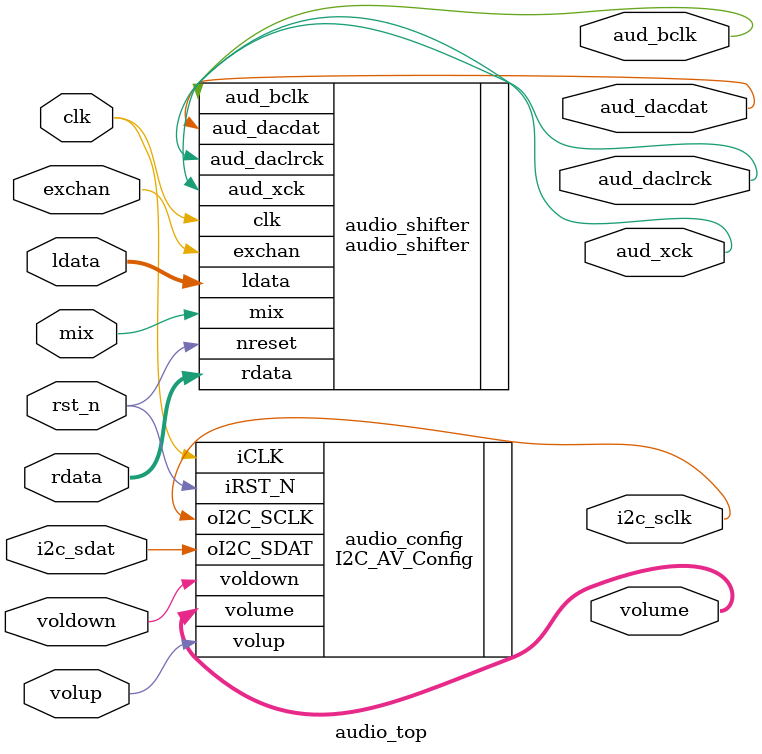
<source format=v>
/********************************************/
/* audio_top.v                              */
/*                                          */
/* 2012, rok.krajnc@gmail.com               */
/********************************************/


module audio_top (
  input  wire           clk,
  input  wire           rst_n,
  // config
  input  wire           mix,
  output wire [  7-1:0] volume,
  input  wire           volup,
  input  wire           voldown,
  // audio shifter
  input  wire [ 15-1:0] rdata,
  input  wire [ 15-1:0] ldata,
  input  wire           exchan,
  output wire           aud_bclk,
  output wire           aud_daclrck,
  output wire           aud_dacdat,
  output wire           aud_xck,
  // I2C audio config
  output wire           i2c_sclk,
  inout                 i2c_sdat
);



////////////////////////////////////////
// modules                            //
////////////////////////////////////////

// don't include these two modules for sim, as they have some probems in simulation
`ifndef SOC_SIM


// audio shifter
audio_shifter audio_shifter (
  .clk          (clk              ),
  .nreset       (rst_n            ),
  .mix          (mix              ),
  .rdata        (rdata            ),
  .ldata        (ldata            ),
  .exchan       (exchan           ),
  .aud_bclk     (aud_bclk         ),
  .aud_daclrck  (aud_daclrck      ),
  .aud_dacdat   (aud_dacdat       ),
  .aud_xck      (aud_xck          )
);


// I2C audio config
I2C_AV_Config audio_config (
  .volume       (volume),
  // config
  .volup        (volup            ),
  .voldown      (voldown          ),
  // host side
  .iCLK         (clk              ),
  .iRST_N       (rst_n            ),
  // i2c side
  .oI2C_SCLK    (i2c_sclk         ),
  .oI2C_SDAT    (i2c_sdat         )
);


`endif // SOC_SIM



endmodule


</source>
